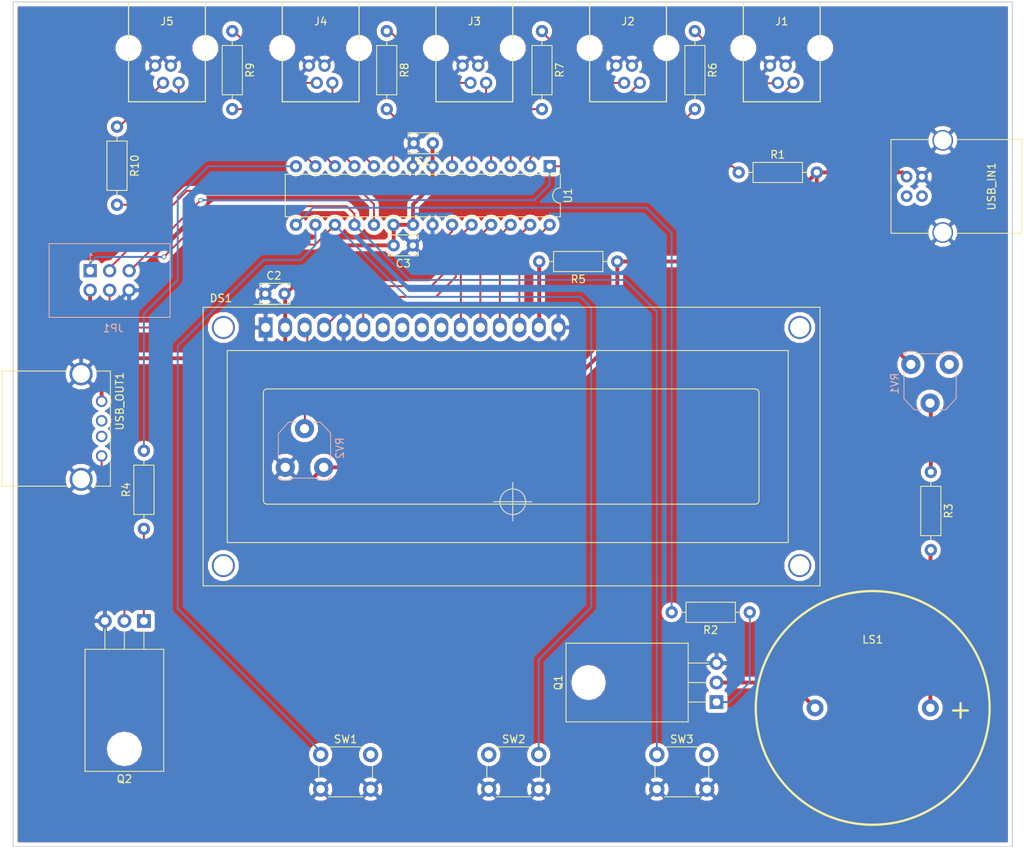
<source format=kicad_pcb>
(kicad_pcb (version 4) (host pcbnew 4.0.6)
  (layers (0 F.Cu signal) (31 B.Cu signal) (34 B.Paste user) (35 F.Paste user) (36 B.SilkS user) (37 F.SilkS user) (38 B.Mask user) (39 F.Mask user) (44 Edge.Cuts user))
  (net 0 "")
  (net 1 VCC)
  (net 2 GND)
  (net 3 "Net-(DS1-Pad3)")
  (net 4 LCD_RS)
  (net 5 LCD_EN)
  (net 6 "Net-(DS1-Pad7)")
  (net 7 "Net-(DS1-Pad8)")
  (net 8 "Net-(DS1-Pad9)")
  (net 9 "Net-(DS1-Pad10)")
  (net 10 LCD_D0)
  (net 11 LCD_D1)
  (net 12 LCD_D2)
  (net 13 LCD_D3)
  (net 14 "Net-(DS1-Pad15)")
  (net 15 "Net-(J1-Pad2)")
  (net 16 PBTN1)
  (net 17 "Net-(J2-Pad2)")
  (net 18 PBTN2)
  (net 19 "Net-(J3-Pad2)")
  (net 20 "Net-(J4-Pad2)")
  (net 21 "Net-(J5-Pad2)")
  (net 22 CBTN3)
  (net 23 SCK)
  (net 24 CBTN2)
  (net 25 RST)
  (net 26 "Net-(LS1-Pad1)")
  (net 27 "Net-(LS1-Pad2)")
  (net 28 "Net-(Q1-Pad1)")
  (net 29 "Net-(Q2-Pad1)")
  (net 30 "Net-(Q2-Pad2)")
  (net 31 SND)
  (net 32 "Net-(R3-Pad1)")
  (net 33 LAMP)
  (net 34 PLED1)
  (net 35 PLED2)
  (net 36 "Net-(RV1-Pad3)")
  (net 37 CBTN1)
  (net 38 PBTN3)
  (net 39 PLED3)
  (net 40 PBTN4)
  (net 41 PLED4)
  (net 42 PBTN5)
  (net 43 PLED5)
  (net 44 "Net-(USB_IN1-Pad2)")
  (net 45 "Net-(USB_IN1-Pad3)")
  (net 46 "Net-(USB_OUT1-Pad3)")
  (net 47 "Net-(USB_OUT1-Pad2)")
  (module Capacitors_THT:C_Disc_D3.8mm_W2.6mm_P2.50mm (layer F.Cu) (at 154.6 48.4 180)
    (fp_text reference C1 (at 1.25 -2.36 180) (layer F.SilkS))
    (fp_text value 0.1uF)
    (pad 1 thru_hole circle (at 0 0 180) (size 1.6 1.6) (drill 0.8) (layers *.Cu *.Mask) (net 1 VCC))
    (pad 2 thru_hole circle (at 2.5 0 180) (size 1.6 1.6) (drill 0.8) (layers *.Cu *.Mask) (net 2 GND))
  )
  (module Capacitors_THT:C_Disc_D3.8mm_W2.6mm_P2.50mm (layer F.Cu) (at 135.3 68 180)
    (fp_text reference C2 (at 1.382 2.356 180) (layer F.SilkS))
    (fp_text value 0.1uF)
    (pad 1 thru_hole circle (at 0 0 180) (size 1.6 1.6) (drill 0.8) (layers *.Cu *.Mask) (net 1 VCC))
    (pad 2 thru_hole circle (at 2.5 0 180) (size 1.6 1.6) (drill 0.8) (layers *.Cu *.Mask) (net 2 GND))
  )
  (module Displays:WC1602A (layer F.Cu) (at 132.842 72.39)
    (fp_text reference DS1 (at -5.82 -3.81) (layer F.SilkS))
    (fp_text value LCD-016N002L)
    (pad 1 thru_hole rect (at 0 0) (size 1.8 2.6) (drill 1.2) (layers *.Cu *.Mask) (net 2 GND))
    (pad 2 thru_hole oval (at 2.54 0) (size 1.8 2.6) (drill 1.2) (layers *.Cu *.Mask) (net 1 VCC))
    (pad 3 thru_hole oval (at 5.08 0) (size 1.8 2.6) (drill 1.2) (layers *.Cu *.Mask) (net 3 "Net-(DS1-Pad3)"))
    (pad 4 thru_hole oval (at 7.62 0) (size 1.8 2.6) (drill 1.2) (layers *.Cu *.Mask) (net 4 LCD_RS))
    (pad 5 thru_hole oval (at 10.16 0) (size 1.8 2.6) (drill 1.2) (layers *.Cu *.Mask) (net 2 GND))
    (pad 6 thru_hole oval (at 12.7 0) (size 1.8 2.6) (drill 1.2) (layers *.Cu *.Mask) (net 5 LCD_EN))
    (pad 7 thru_hole oval (at 15.24 0) (size 1.8 2.6) (drill 1.2) (layers *.Cu *.Mask) (net 6 "Net-(DS1-Pad7)"))
    (pad 8 thru_hole oval (at 17.78 0) (size 1.8 2.6) (drill 1.2) (layers *.Cu *.Mask) (net 7 "Net-(DS1-Pad8)"))
    (pad 9 thru_hole oval (at 20.32 0) (size 1.8 2.6) (drill 1.2) (layers *.Cu *.Mask) (net 8 "Net-(DS1-Pad9)"))
    (pad 10 thru_hole oval (at 22.86 0) (size 1.8 2.6) (drill 1.2) (layers *.Cu *.Mask) (net 9 "Net-(DS1-Pad10)"))
    (pad 11 thru_hole oval (at 25.4 0) (size 1.8 2.6) (drill 1.2) (layers *.Cu *.Mask) (net 10 LCD_D0))
    (pad 12 thru_hole oval (at 27.94 0) (size 1.8 2.6) (drill 1.2) (layers *.Cu *.Mask) (net 11 LCD_D1))
    (pad 13 thru_hole oval (at 30.48 0) (size 1.8 2.6) (drill 1.2) (layers *.Cu *.Mask) (net 12 LCD_D2))
    (pad 14 thru_hole oval (at 33.02 0) (size 1.8 2.6) (drill 1.2) (layers *.Cu *.Mask) (net 13 LCD_D3))
    (pad 15 thru_hole oval (at 35.56 0) (size 1.8 2.6) (drill 1.2) (layers *.Cu *.Mask) (net 14 "Net-(DS1-Pad15)"))
    (pad 16 thru_hole oval (at 38.1 0) (size 1.8 2.6) (drill 1.2) (layers *.Cu *.Mask) (net 2 GND))
    (pad "" thru_hole circle (at -5.4991 0) (size 3 3) (drill 2.5) (layers *.Cu *.Mask))
    (pad "" thru_hole circle (at -5.4991 31.0007) (size 3 3) (drill 2.5) (layers *.Cu *.Mask))
    (pad "" thru_hole circle (at 69.49948 31.0007) (size 3 3) (drill 2.5) (layers *.Cu *.Mask))
    (pad "" thru_hole circle (at 69.5 0) (size 3 3) (drill 2.5) (layers *.Cu *.Mask))
  )
  (module kamaji:RJ10 (layer F.Cu) (at 200 30 180)
    (fp_text reference J1 (at 0 -2.54 180) (layer F.SilkS))
    (fp_text value RJ10)
    (pad 1 thru_hole circle (at 1.53 -8.3 180) (size 1.6 1.6) (drill 0.9) (layers *.Cu *.Mask) (net 2 GND))
    (pad 2 thru_hole circle (at 0.51 -10.54 180) (size 1.6 1.6) (drill 0.9) (layers *.Cu *.Mask) (net 15 "Net-(J1-Pad2)"))
    (pad 3 thru_hole circle (at -0.51 -8.3 180) (size 1.6 1.6) (drill 0.9) (layers *.Cu *.Mask) (net 2 GND))
    (pad 4 thru_hole circle (at -1.53 -10.54 180) (size 1.6 1.6) (drill 0.9) (layers *.Cu *.Mask) (net 16 PBTN1))
    (pad "" np_thru_hole circle (at 5 -6 180) (size 2.36 2.36) (drill 2.36) (layers *.Cu *.Mask))
    (pad "" np_thru_hole circle (at -5 -6 180) (size 2.36 2.36) (drill 2.36) (layers *.Cu *.Mask))
  )
  (module kamaji:RJ10 (layer F.Cu) (at 180 30 180)
    (fp_text reference J2 (at 0 -2.54 180) (layer F.SilkS))
    (fp_text value RJ10)
    (pad 1 thru_hole circle (at 1.53 -8.3 180) (size 1.6 1.6) (drill 0.9) (layers *.Cu *.Mask) (net 2 GND))
    (pad 2 thru_hole circle (at 0.51 -10.54 180) (size 1.6 1.6) (drill 0.9) (layers *.Cu *.Mask) (net 17 "Net-(J2-Pad2)"))
    (pad 3 thru_hole circle (at -0.51 -8.3 180) (size 1.6 1.6) (drill 0.9) (layers *.Cu *.Mask) (net 2 GND))
    (pad 4 thru_hole circle (at -1.53 -10.54 180) (size 1.6 1.6) (drill 0.9) (layers *.Cu *.Mask) (net 18 PBTN2))
    (pad "" np_thru_hole circle (at 5 -6 180) (size 2.36 2.36) (drill 2.36) (layers *.Cu *.Mask))
    (pad "" np_thru_hole circle (at -5 -6 180) (size 2.36 2.36) (drill 2.36) (layers *.Cu *.Mask))
  )
  (module kamaji:RJ10 (layer F.Cu) (at 160 30 180)
    (fp_text reference J3 (at 0 -2.54 180) (layer F.SilkS))
    (fp_text value RJ10)
    (pad 1 thru_hole circle (at 1.53 -8.3 180) (size 1.6 1.6) (drill 0.9) (layers *.Cu *.Mask) (net 2 GND))
    (pad 2 thru_hole circle (at 0.51 -10.54 180) (size 1.6 1.6) (drill 0.9) (layers *.Cu *.Mask) (net 19 "Net-(J3-Pad2)"))
    (pad 3 thru_hole circle (at -0.51 -8.3 180) (size 1.6 1.6) (drill 0.9) (layers *.Cu *.Mask) (net 2 GND))
    (pad 4 thru_hole circle (at -1.53 -10.54 180) (size 1.6 1.6) (drill 0.9) (layers *.Cu *.Mask) (net 38 PBTN3))
    (pad "" np_thru_hole circle (at 5 -6 180) (size 2.36 2.36) (drill 2.36) (layers *.Cu *.Mask))
    (pad "" np_thru_hole circle (at -5 -6 180) (size 2.36 2.36) (drill 2.36) (layers *.Cu *.Mask))
  )
  (module kamaji:RJ10 (layer F.Cu) (at 140 30 180)
    (fp_text reference J4 (at 0 -2.54 180) (layer F.SilkS))
    (fp_text value RJ10)
    (pad 1 thru_hole circle (at 1.53 -8.3 180) (size 1.6 1.6) (drill 0.9) (layers *.Cu *.Mask) (net 2 GND))
    (pad 2 thru_hole circle (at 0.51 -10.54 180) (size 1.6 1.6) (drill 0.9) (layers *.Cu *.Mask) (net 20 "Net-(J4-Pad2)"))
    (pad 3 thru_hole circle (at -0.51 -8.3 180) (size 1.6 1.6) (drill 0.9) (layers *.Cu *.Mask) (net 2 GND))
    (pad 4 thru_hole circle (at -1.53 -10.54 180) (size 1.6 1.6) (drill 0.9) (layers *.Cu *.Mask) (net 40 PBTN4))
    (pad "" np_thru_hole circle (at 5 -6 180) (size 2.36 2.36) (drill 2.36) (layers *.Cu *.Mask))
    (pad "" np_thru_hole circle (at -5 -6 180) (size 2.36 2.36) (drill 2.36) (layers *.Cu *.Mask))
  )
  (module kamaji:RJ10 (layer F.Cu) (at 120 30 180)
    (fp_text reference J5 (at 0 -2.54 180) (layer F.SilkS))
    (fp_text value RJ10)
    (pad 1 thru_hole circle (at 1.53 -8.3 180) (size 1.6 1.6) (drill 0.9) (layers *.Cu *.Mask) (net 2 GND))
    (pad 2 thru_hole circle (at 0.51 -10.54 180) (size 1.6 1.6) (drill 0.9) (layers *.Cu *.Mask) (net 21 "Net-(J5-Pad2)"))
    (pad 3 thru_hole circle (at -0.51 -8.3 180) (size 1.6 1.6) (drill 0.9) (layers *.Cu *.Mask) (net 2 GND))
    (pad 4 thru_hole circle (at -1.53 -10.54 180) (size 1.6 1.6) (drill 0.9) (layers *.Cu *.Mask) (net 42 PBTN5))
    (pad "" np_thru_hole circle (at 5 -6 180) (size 2.36 2.36) (drill 2.36) (layers *.Cu *.Mask))
    (pad "" np_thru_hole circle (at -5 -6 180) (size 2.36 2.36) (drill 2.36) (layers *.Cu *.Mask))
  )
  (module kamaji:AL-30P (layer F.Cu) (at 211.836 121.92 180)
    (fp_text reference LS1 (at 0 8.89 180) (layer F.SilkS))
    (fp_text value Speaker)
    (fp_text user + (at -11.43 -0.15 180) (layer F.SilkS) (effects (font (size 2.5 2.5) (thickness 0.3))))
    (pad 1 thru_hole circle (at -7.5 0 180) (size 2.2 2.2) (drill 1.1) (layers *.Cu *.Mask) (net 26 "Net-(LS1-Pad1)"))
    (pad 2 thru_hole circle (at 7.5 0 180) (size 2.2 2.2) (drill 1.1) (layers *.Cu *.Mask) (net 27 "Net-(LS1-Pad2)"))
  )
  (module Resistors_THT:R_Axial_DIN0207_L6.3mm_D2.5mm_P10.16mm_Horizontal (layer F.Cu) (at 194.4 52.2)
    (fp_text reference R1 (at 5.08 -2.31) (layer F.SilkS))
    (fp_text value 10K)
    (pad 1 thru_hole circle (at 0 0) (size 1.6 1.6) (drill 0.8) (layers *.Cu *.Mask) (net 25 RST))
    (pad 2 thru_hole oval (at 10.16 0) (size 1.6 1.6) (drill 0.8) (layers *.Cu *.Mask) (net 1 VCC))
  )
  (module Resistors_THT:R_Axial_DIN0207_L6.3mm_D2.5mm_P10.16mm_Horizontal (layer F.Cu) (at 195.834 109.474 180)
    (fp_text reference R2 (at 5.08 -2.31 180) (layer F.SilkS))
    (fp_text value 220R)
    (pad 1 thru_hole circle (at 0 0 180) (size 1.6 1.6) (drill 0.8) (layers *.Cu *.Mask) (net 28 "Net-(Q1-Pad1)"))
    (pad 2 thru_hole oval (at 10.16 0 180) (size 1.6 1.6) (drill 0.8) (layers *.Cu *.Mask) (net 31 SND))
  )
  (module Resistors_THT:R_Axial_DIN0207_L6.3mm_D2.5mm_P10.16mm_Horizontal (layer F.Cu) (at 219.4 91.2 270)
    (fp_text reference R3 (at 5.08 -2.31 270) (layer F.SilkS))
    (fp_text value 20R)
    (pad 1 thru_hole circle (at 0 0 270) (size 1.6 1.6) (drill 0.8) (layers *.Cu *.Mask) (net 32 "Net-(R3-Pad1)"))
    (pad 2 thru_hole oval (at 10.16 0 270) (size 1.6 1.6) (drill 0.8) (layers *.Cu *.Mask) (net 26 "Net-(LS1-Pad1)"))
  )
  (module Resistors_THT:R_Axial_DIN0207_L6.3mm_D2.5mm_P10.16mm_Horizontal (layer F.Cu) (at 117 98.6 90)
    (fp_text reference R4 (at 5.08 -2.31 90) (layer F.SilkS))
    (fp_text value 2.2K)
    (pad 1 thru_hole circle (at 0 0 90) (size 1.6 1.6) (drill 0.8) (layers *.Cu *.Mask) (net 29 "Net-(Q2-Pad1)"))
    (pad 2 thru_hole oval (at 10.16 0 90) (size 1.6 1.6) (drill 0.8) (layers *.Cu *.Mask) (net 33 LAMP))
  )
  (module Resistors_THT:R_Axial_DIN0207_L6.3mm_D2.5mm_P10.16mm_Horizontal (layer F.Cu) (at 178.6 63.8 180)
    (fp_text reference R5 (at 5.08 -2.31 180) (layer F.SilkS))
    (fp_text value 220R)
    (pad 1 thru_hole circle (at 0 0 180) (size 1.6 1.6) (drill 0.8) (layers *.Cu *.Mask) (net 1 VCC))
    (pad 2 thru_hole oval (at 10.16 0 180) (size 1.6 1.6) (drill 0.8) (layers *.Cu *.Mask) (net 14 "Net-(DS1-Pad15)"))
  )
  (module Resistors_THT:R_Axial_DIN0207_L6.3mm_D2.5mm_P10.16mm_Horizontal (layer F.Cu) (at 188.7 33.8 270)
    (fp_text reference R6 (at 5.08 -2.31 270) (layer F.SilkS))
    (fp_text value 220R)
    (pad 1 thru_hole circle (at 0 0 270) (size 1.6 1.6) (drill 0.8) (layers *.Cu *.Mask) (net 15 "Net-(J1-Pad2)"))
    (pad 2 thru_hole oval (at 10.16 0 270) (size 1.6 1.6) (drill 0.8) (layers *.Cu *.Mask) (net 34 PLED1))
  )
  (module Resistors_THT:R_Axial_DIN0207_L6.3mm_D2.5mm_P10.16mm_Horizontal (layer F.Cu) (at 168.8 33.8 270)
    (fp_text reference R7 (at 5.08 -2.31 270) (layer F.SilkS))
    (fp_text value 220R)
    (pad 1 thru_hole circle (at 0 0 270) (size 1.6 1.6) (drill 0.8) (layers *.Cu *.Mask) (net 17 "Net-(J2-Pad2)"))
    (pad 2 thru_hole oval (at 10.16 0 270) (size 1.6 1.6) (drill 0.8) (layers *.Cu *.Mask) (net 35 PLED2))
  )
  (module Resistors_THT:R_Axial_DIN0207_L6.3mm_D2.5mm_P10.16mm_Horizontal (layer F.Cu) (at 148.6 33.8 270)
    (fp_text reference R8 (at 5.08 -2.31 270) (layer F.SilkS))
    (fp_text value 220R)
    (pad 1 thru_hole circle (at 0 0 270) (size 1.6 1.6) (drill 0.8) (layers *.Cu *.Mask) (net 19 "Net-(J3-Pad2)"))
    (pad 2 thru_hole oval (at 10.16 0 270) (size 1.6 1.6) (drill 0.8) (layers *.Cu *.Mask) (net 39 PLED3))
  )
  (module Resistors_THT:R_Axial_DIN0207_L6.3mm_D2.5mm_P10.16mm_Horizontal (layer F.Cu) (at 128.5 33.8 270)
    (fp_text reference R9 (at 5.08 -2.31 270) (layer F.SilkS))
    (fp_text value 220R)
    (pad 1 thru_hole circle (at 0 0 270) (size 1.6 1.6) (drill 0.8) (layers *.Cu *.Mask) (net 20 "Net-(J4-Pad2)"))
    (pad 2 thru_hole oval (at 10.16 0 270) (size 1.6 1.6) (drill 0.8) (layers *.Cu *.Mask) (net 41 PLED4))
  )
  (module Resistors_THT:R_Axial_DIN0207_L6.3mm_D2.5mm_P10.16mm_Horizontal (layer F.Cu) (at 113.5 46.25 270)
    (fp_text reference R10 (at 5.08 -2.31 270) (layer F.SilkS))
    (fp_text value 220R)
    (pad 1 thru_hole circle (at 0 0 270) (size 1.6 1.6) (drill 0.8) (layers *.Cu *.Mask) (net 21 "Net-(J5-Pad2)"))
    (pad 2 thru_hole oval (at 10.16 0 270) (size 1.6 1.6) (drill 0.8) (layers *.Cu *.Mask) (net 43 PLED5))
  )
  (module Potentiometers:Potentiometer_Triwood_RM-065 (layer B.Cu) (at 216.8 77.2)
    (fp_text reference RV1 (at -2.1 2.5 270) (layer B.SilkS) (effects (justify mirror)))
    (fp_text value POT)
    (pad 2 thru_hole circle (at 2.5 5.04) (size 2.5 2.5) (drill 1.2) (layers *.Cu *.Mask) (net 32 "Net-(R3-Pad1)"))
    (pad 3 thru_hole circle (at 5 0) (size 2.5 2.5) (drill 1.2) (layers *.Cu *.Mask) (net 36 "Net-(RV1-Pad3)"))
    (pad 1 thru_hole circle (at 0 0) (size 2.5 2.5) (drill 1.2) (layers *.Cu *.Mask) (net 1 VCC))
  )
  (module Potentiometers:Potentiometer_Triwood_RM-065 (layer B.Cu) (at 140.4 90.6 180)
    (fp_text reference RV2 (at -2.1 2.5 450) (layer B.SilkS) (effects (justify mirror)))
    (fp_text value POT)
    (pad 2 thru_hole circle (at 2.5 5.04 180) (size 2.5 2.5) (drill 1.2) (layers *.Cu *.Mask) (net 3 "Net-(DS1-Pad3)"))
    (pad 3 thru_hole circle (at 5 0 180) (size 2.5 2.5) (drill 1.2) (layers *.Cu *.Mask) (net 2 GND))
    (pad 1 thru_hole circle (at 0 0 180) (size 2.5 2.5) (drill 1.2) (layers *.Cu *.Mask) (net 1 VCC))
  )
  (module Housings_DIP:DIP-28_W7.62mm (layer F.Cu) (at 169.8 51.4 270)
    (fp_text reference U1 (at 3.81 -2.39 270) (layer F.SilkS))
    (fp_text value ATMEGA328P-PU)
    (pad 1 thru_hole rect (at 0 0 270) (size 1.6 1.6) (drill 0.8) (layers *.Cu *.Mask) (net 25 RST))
    (pad 15 thru_hole oval (at 7.62 33.02 270) (size 1.6 1.6) (drill 0.8) (layers *.Cu *.Mask) (net 31 SND))
    (pad 2 thru_hole oval (at 0 2.54 270) (size 1.6 1.6) (drill 0.8) (layers *.Cu *.Mask) (net 16 PBTN1))
    (pad 16 thru_hole oval (at 7.62 30.48 270) (size 1.6 1.6) (drill 0.8) (layers *.Cu *.Mask) (net 37 CBTN1))
    (pad 3 thru_hole oval (at 0 5.08 270) (size 1.6 1.6) (drill 0.8) (layers *.Cu *.Mask) (net 34 PLED1))
    (pad 17 thru_hole oval (at 7.62 27.94 270) (size 1.6 1.6) (drill 0.8) (layers *.Cu *.Mask) (net 24 CBTN2))
    (pad 4 thru_hole oval (at 0 7.62 270) (size 1.6 1.6) (drill 0.8) (layers *.Cu *.Mask) (net 18 PBTN2))
    (pad 18 thru_hole oval (at 7.62 25.4 270) (size 1.6 1.6) (drill 0.8) (layers *.Cu *.Mask) (net 22 CBTN3))
    (pad 5 thru_hole oval (at 0 10.16 270) (size 1.6 1.6) (drill 0.8) (layers *.Cu *.Mask) (net 35 PLED2))
    (pad 19 thru_hole oval (at 7.62 22.86 270) (size 1.6 1.6) (drill 0.8) (layers *.Cu *.Mask) (net 23 SCK))
    (pad 6 thru_hole oval (at 0 12.7 270) (size 1.6 1.6) (drill 0.8) (layers *.Cu *.Mask) (net 38 PBTN3))
    (pad 20 thru_hole oval (at 7.62 20.32 270) (size 1.6 1.6) (drill 0.8) (layers *.Cu *.Mask) (net 1 VCC))
    (pad 7 thru_hole oval (at 0 15.24 270) (size 1.6 1.6) (drill 0.8) (layers *.Cu *.Mask) (net 1 VCC))
    (pad 21 thru_hole oval (at 7.62 17.78 270) (size 1.6 1.6) (drill 0.8) (layers *.Cu *.Mask) (net 1 VCC))
    (pad 8 thru_hole oval (at 0 17.78 270) (size 1.6 1.6) (drill 0.8) (layers *.Cu *.Mask) (net 2 GND))
    (pad 22 thru_hole oval (at 7.62 15.24 270) (size 1.6 1.6) (drill 0.8) (layers *.Cu *.Mask) (net 2 GND))
    (pad 9 thru_hole oval (at 0 20.32 270) (size 1.6 1.6) (drill 0.8) (layers *.Cu *.Mask) (net 39 PLED3))
    (pad 23 thru_hole oval (at 7.62 12.7 270) (size 1.6 1.6) (drill 0.8) (layers *.Cu *.Mask) (net 4 LCD_RS))
    (pad 10 thru_hole oval (at 0 22.86 270) (size 1.6 1.6) (drill 0.8) (layers *.Cu *.Mask) (net 40 PBTN4))
    (pad 24 thru_hole oval (at 7.62 10.16 270) (size 1.6 1.6) (drill 0.8) (layers *.Cu *.Mask) (net 5 LCD_EN))
    (pad 11 thru_hole oval (at 0 25.4 270) (size 1.6 1.6) (drill 0.8) (layers *.Cu *.Mask) (net 41 PLED4))
    (pad 25 thru_hole oval (at 7.62 7.62 270) (size 1.6 1.6) (drill 0.8) (layers *.Cu *.Mask) (net 10 LCD_D0))
    (pad 12 thru_hole oval (at 0 27.94 270) (size 1.6 1.6) (drill 0.8) (layers *.Cu *.Mask) (net 42 PBTN5))
    (pad 26 thru_hole oval (at 7.62 5.08 270) (size 1.6 1.6) (drill 0.8) (layers *.Cu *.Mask) (net 11 LCD_D1))
    (pad 13 thru_hole oval (at 0 30.48 270) (size 1.6 1.6) (drill 0.8) (layers *.Cu *.Mask) (net 43 PLED5))
    (pad 27 thru_hole oval (at 7.62 2.54 270) (size 1.6 1.6) (drill 0.8) (layers *.Cu *.Mask) (net 12 LCD_D2))
    (pad 14 thru_hole oval (at 0 33.02 270) (size 1.6 1.6) (drill 0.8) (layers *.Cu *.Mask) (net 33 LAMP))
    (pad 28 thru_hole oval (at 7.62 0 270) (size 1.6 1.6) (drill 0.8) (layers *.Cu *.Mask) (net 13 LCD_D3))
  )
  (module Connectors:USB_B (layer F.Cu) (at 216.25 52.75)
    (fp_text reference USB_IN1 (at 11.05 1.27 90) (layer F.SilkS))
    (fp_text value USB_B)
    (pad 2 thru_hole circle (at 0 2.54 270) (size 1.52 1.52) (drill 0.81) (layers *.Cu *.Mask) (net 44 "Net-(USB_IN1-Pad2)"))
    (pad 1 thru_hole circle (at 0 0 270) (size 1.52 1.52) (drill 0.81) (layers *.Cu *.Mask) (net 1 VCC))
    (pad 4 thru_hole circle (at 2 0 270) (size 1.52 1.52) (drill 0.81) (layers *.Cu *.Mask) (net 2 GND))
    (pad 3 thru_hole circle (at 2 2.54 270) (size 1.52 1.52) (drill 0.81) (layers *.Cu *.Mask) (net 45 "Net-(USB_IN1-Pad3)"))
    (pad 5 thru_hole circle (at 4.7 7.27 270) (size 2.7 2.7) (drill 2.3) (layers *.Cu *.Mask) (net 2 GND))
    (pad 5 thru_hole circle (at 4.7 -4.73 270) (size 2.7 2.7) (drill 2.3) (layers *.Cu *.Mask) (net 2 GND))
  )
  (module Connectors:USB_A (layer F.Cu) (at 111.5 82 270)
    (fp_text reference USB_OUT1 (at 0 -2.35 270) (layer F.SilkS))
    (fp_text value USB_A)
    (pad 4 thru_hole circle (at 7.11 0 180) (size 1.5 1.5) (drill 1) (layers *.Cu *.Mask) (net 30 "Net-(Q2-Pad2)"))
    (pad 3 thru_hole circle (at 4.57 0 180) (size 1.5 1.5) (drill 1) (layers *.Cu *.Mask) (net 46 "Net-(USB_OUT1-Pad3)"))
    (pad 2 thru_hole circle (at 2.54 0 180) (size 1.5 1.5) (drill 1) (layers *.Cu *.Mask) (net 47 "Net-(USB_OUT1-Pad2)"))
    (pad 1 thru_hole circle (at 0 0 180) (size 1.5 1.5) (drill 1) (layers *.Cu *.Mask) (net 1 VCC))
    (pad 5 thru_hole circle (at 10.16 2.67 180) (size 3 3) (drill 2.3) (layers *.Cu *.Mask) (net 2 GND))
    (pad 5 thru_hole circle (at -3.56 2.67 180) (size 3 3) (drill 2.3) (layers *.Cu *.Mask) (net 2 GND))
  )
  (module TO_SOT_Packages_THT:TO-220_Horizontal (layer F.Cu) (at 191.516 121.158 90)
    (fp_text reference Q1 (at 2.54 -20.58 90) (layer F.SilkS))
    (fp_text value TIP120)
    (pad 0 np_thru_hole oval (at 2.54 -16.66 90) (size 3.5 3.5) (drill 3.5) (layers *.Cu *.Mask))
    (pad 1 thru_hole rect (at 0 0 90) (size 1.8 1.8) (drill 1) (layers *.Cu *.Mask) (net 28 "Net-(Q1-Pad1)"))
    (pad 2 thru_hole oval (at 2.54 0 90) (size 1.8 1.8) (drill 1) (layers *.Cu *.Mask) (net 27 "Net-(LS1-Pad2)"))
    (pad 3 thru_hole oval (at 5.08 0 90) (size 1.8 1.8) (drill 1) (layers *.Cu *.Mask) (net 2 GND))
  )
  (module TO_SOT_Packages_THT:TO-220_Horizontal (layer F.Cu) (at 117 110.6 180)
    (fp_text reference Q2 (at 2.54 -20.58 180) (layer F.SilkS))
    (fp_text value TIP120)
    (pad 0 np_thru_hole oval (at 2.54 -16.66 180) (size 3.5 3.5) (drill 3.5) (layers *.Cu *.Mask))
    (pad 1 thru_hole rect (at 0 0 180) (size 1.8 1.8) (drill 1) (layers *.Cu *.Mask) (net 29 "Net-(Q2-Pad1)"))
    (pad 2 thru_hole oval (at 2.54 0 180) (size 1.8 1.8) (drill 1) (layers *.Cu *.Mask) (net 30 "Net-(Q2-Pad2)"))
    (pad 3 thru_hole oval (at 5.08 0 180) (size 1.8 1.8) (drill 1) (layers *.Cu *.Mask) (net 2 GND))
  )
  (module Capacitors_THT:C_Disc_D3.8mm_W2.6mm_P2.50mm (layer F.Cu) (at 152 61.7 180)
    (fp_text reference C3 (at 1.25 -2.36 180) (layer F.SilkS))
    (fp_text value 0.1uF)
    (pad 1 thru_hole circle (at 0 0 180) (size 1.6 1.6) (drill 0.8) (layers *.Cu *.Mask) (net 2 GND))
    (pad 2 thru_hole circle (at 2.5 0 180) (size 1.6 1.6) (drill 0.8) (layers *.Cu *.Mask) (net 1 VCC))
  )
  (module Connectors:IDC_Header_Straight_6pins (layer B.Cu) (at 110 65)
    (fp_text reference JP1 (at 3 7.5) (layer B.SilkS) (effects (justify mirror)))
    (fp_text value ICSP)
    (fp_text user 1 (at 0.02 -1.72) (layer B.SilkS) (effects (font (thickness 0.12)) (justify mirror)))
    (pad 1 thru_hole rect (at 0 0) (size 1.7272 1.7272) (drill 1.016) (layers *.Cu *.Mask) (net 22 CBTN3))
    (pad 2 thru_hole oval (at 0 2.54) (size 1.7272 1.7272) (drill 1.016) (layers *.Cu *.Mask) (net 1 VCC))
    (pad 3 thru_hole oval (at 2.54 0) (size 1.7272 1.7272) (drill 1.016) (layers *.Cu *.Mask) (net 23 SCK))
    (pad 4 thru_hole oval (at 2.54 2.54) (size 1.7272 1.7272) (drill 1.016) (layers *.Cu *.Mask) (net 24 CBTN2))
    (pad 5 thru_hole oval (at 5.08 0) (size 1.7272 1.7272) (drill 1.016) (layers *.Cu *.Mask) (net 25 RST))
    (pad 6 thru_hole oval (at 5.08 2.54) (size 1.7272 1.7272) (drill 1.016) (layers *.Cu *.Mask) (net 2 GND))
  )
  (module Buttons_Switches_THT:SW_PUSH_6mm_h8.5mm (layer F.Cu) (at 140 128)
    (fp_text reference SW1 (at 3.25 -2) (layer F.SilkS))
    (fp_text value CTRL1)
    (pad 2 thru_hole circle (at 0 4.5 90) (size 2 2) (drill 1.1) (layers *.Cu *.Mask) (net 2 GND))
    (pad 1 thru_hole circle (at 0 0 90) (size 2 2) (drill 1.1) (layers *.Cu *.Mask) (net 37 CBTN1))
    (pad 2 thru_hole circle (at 6.5 4.5 90) (size 2 2) (drill 1.1) (layers *.Cu *.Mask) (net 2 GND))
    (pad 1 thru_hole circle (at 6.5 0 90) (size 2 2) (drill 1.1) (layers *.Cu *.Mask) (net 37 CBTN1))
  )
  (module Buttons_Switches_THT:SW_PUSH_6mm_h8.5mm (layer F.Cu) (at 161.875 128)
    (fp_text reference SW2 (at 3.25 -2) (layer F.SilkS))
    (fp_text value CTRL2)
    (pad 2 thru_hole circle (at 0 4.5 90) (size 2 2) (drill 1.1) (layers *.Cu *.Mask) (net 2 GND))
    (pad 1 thru_hole circle (at 0 0 90) (size 2 2) (drill 1.1) (layers *.Cu *.Mask) (net 24 CBTN2))
    (pad 2 thru_hole circle (at 6.5 4.5 90) (size 2 2) (drill 1.1) (layers *.Cu *.Mask) (net 2 GND))
    (pad 1 thru_hole circle (at 6.5 0 90) (size 2 2) (drill 1.1) (layers *.Cu *.Mask) (net 24 CBTN2))
  )
  (module Buttons_Switches_THT:SW_PUSH_6mm_h8.5mm (layer F.Cu) (at 183.75 128)
    (fp_text reference SW3 (at 3.25 -2) (layer F.SilkS))
    (fp_text value CTRL3)
    (pad 2 thru_hole circle (at 0 4.5 90) (size 2 2) (drill 1.1) (layers *.Cu *.Mask) (net 2 GND))
    (pad 1 thru_hole circle (at 0 0 90) (size 2 2) (drill 1.1) (layers *.Cu *.Mask) (net 22 CBTN3))
    (pad 2 thru_hole circle (at 6.5 4.5 90) (size 2 2) (drill 1.1) (layers *.Cu *.Mask) (net 2 GND))
    (pad 1 thru_hole circle (at 6.5 0 90) (size 2 2) (drill 1.1) (layers *.Cu *.Mask) (net 22 CBTN3))
  )
  (gr_line (start 230 30) (end 230 140) (angle 90) (layer Edge.Cuts) (width 0.15))
  (gr_line (start 100 30) (end 230 30) (angle 90) (layer Edge.Cuts) (width 0.15))
  (gr_line (start 100 140) (end 100 30) (angle 90) (layer Edge.Cuts) (width 0.15))
  (target plus (at 165 95.08) (size 5) (width 0.15) (layer Edge.Cuts))
  (gr_line (start 230 140) (end 100 140) (angle 90) (layer Edge.Cuts) (width 0.15))
  (segment (start 178.6 63.8) (end 192.96 63.8) (width 0.5) (layer F.Cu) (net 1))
  (segment (start 192.96 63.8) (end 204.56 52.2) (width 0.5) (layer F.Cu) (net 1))
  (segment (start 140.4 90.6) (end 161.6 90.6) (width 0.5) (layer F.Cu) (net 1))
  (segment (start 178.6 73.6) (end 178.6 63.8) (width 0.5) (layer F.Cu) (net 1))
  (segment (start 161.6 90.6) (end 178.6 73.6) (width 0.5) (layer F.Cu) (net 1))
  (segment (start 204.56 52.2) (end 204.56 64.96) (width 0.5) (layer F.Cu) (net 1))
  (segment (start 204.56 64.96) (end 216.8 77.2) (width 0.5) (layer F.Cu) (net 1))
  (segment (start 135.382 72.39) (end 135.382 68.082) (width 0.5) (layer F.Cu) (net 1))
  (segment (start 135.382 68.082) (end 141.764 61.7) (width 0.5) (layer F.Cu) (net 1))
  (segment (start 141.764 61.7) (end 149.5 61.7) (width 0.5) (layer F.Cu) (net 1))
  (segment (start 149.5 61.7) (end 149.5 59.04) (width 0.5) (layer F.Cu) (net 1))
  (segment (start 149.5 59.04) (end 149.48 59.02) (width 0.5) (layer F.Cu) (net 1))
  (segment (start 152.02 59.02) (end 152.02 56.38) (width 0.5) (layer F.Cu) (net 1))
  (segment (start 152.02 56.38) (end 154.56 53.84) (width 0.5) (layer F.Cu) (net 1))
  (segment (start 154.56 53.84) (end 154.56 51.4) (width 0.5) (layer F.Cu) (net 1))
  (segment (start 154.56 51.4) (end 154.56 48.44) (width 0.5) (layer F.Cu) (net 1))
  (segment (start 154.56 48.44) (end 154.6 48.4) (width 0.5) (layer F.Cu) (net 1))
  (segment (start 151.9 59.14) (end 152.02 59.02) (width 0.5) (layer F.Cu) (net 1))
  (segment (start 130 76.4) (end 130 94.4) (width 0.5) (layer F.Cu) (net 1))
  (segment (start 130 94.4) (end 132 96.4) (width 0.5) (layer F.Cu) (net 1))
  (segment (start 132 96.4) (end 134.6 96.4) (width 0.5) (layer F.Cu) (net 1))
  (segment (start 134.6 96.4) (end 140.4 90.6) (width 0.5) (layer F.Cu) (net 1))
  (segment (start 204.56 52.2) (end 211 52.2) (width 0.5) (layer F.Cu) (net 1))
  (segment (start 211 52.2) (end 215.7 52.2) (width 0.5) (layer F.Cu) (net 1))
  (segment (start 215.7 52.2) (end 216.25 52.75) (width 0.5) (layer F.Cu) (net 1))
  (segment (start 111.5 82) (end 111.5 78.5) (width 0.5) (layer F.Cu) (net 1))
  (segment (start 111.5 78.5) (end 113.6 76.4) (width 0.5) (layer F.Cu) (net 1))
  (segment (start 149.48 59.02) (end 152.02 59.02) (width 0.5) (layer F.Cu) (net 1))
  (segment (start 110 67.54) (end 110 72.8) (width 0.5) (layer F.Cu) (net 1))
  (segment (start 135.382 75.818) (end 135.382 72.39) (width 0.5) (layer F.Cu) (net 1))
  (segment (start 134.8 76.4) (end 135.382 75.818) (width 0.5) (layer F.Cu) (net 1))
  (segment (start 113.6 76.4) (end 130 76.4) (width 0.5) (layer F.Cu) (net 1))
  (segment (start 130 76.4) (end 134.8 76.4) (width 0.5) (layer F.Cu) (net 1))
  (segment (start 110 72.8) (end 113.6 76.4) (width 0.5) (layer F.Cu) (net 1))
  (segment (start 154.61 48.41) (end 154.6 48.4) (width 0.5) (layer F.Cu) (net 1))
  (segment (start 108.83 78.44) (end 108.83 73.79) (width 0.5) (layer B.Cu) (net 2))
  (segment (start 108.83 73.79) (end 115.08 67.54) (width 0.5) (layer B.Cu) (net 2))
  (segment (start 154.4 59.18) (end 154.56 59.02) (width 0.5) (layer F.Cu) (net 2))
  (segment (start 137.9 85.56) (end 138.3 72.768) (width 0.25) (layer F.Cu) (net 3))
  (segment (start 138.3 72.768) (end 137.922 72.39) (width 0.25) (layer F.Cu) (net 3))
  (segment (start 157.1 59.02) (end 157.1 59.9) (width 0.25) (layer F.Cu) (net 4))
  (segment (start 157.1 59.9) (end 156.2 60.8) (width 0.25) (layer F.Cu) (net 4))
  (segment (start 156.2 60.8) (end 156.2 65.2) (width 0.25) (layer F.Cu) (net 4))
  (segment (start 156.2 65.2) (end 154.4 67) (width 0.25) (layer F.Cu) (net 4))
  (segment (start 154.4 67) (end 145.852 67) (width 0.25) (layer F.Cu) (net 4))
  (segment (start 145.852 67) (end 140.462 72.39) (width 0.25) (layer F.Cu) (net 4))
  (segment (start 145.542 72.39) (end 145.542 70.058) (width 0.25) (layer F.Cu) (net 5))
  (segment (start 145.542 70.058) (end 147.2 68.4) (width 0.25) (layer F.Cu) (net 5))
  (segment (start 147.2 68.4) (end 155 68.4) (width 0.25) (layer F.Cu) (net 5))
  (segment (start 155 68.4) (end 157.6 65.8) (width 0.25) (layer F.Cu) (net 5))
  (segment (start 157.6 65.8) (end 157.6 61.06) (width 0.25) (layer F.Cu) (net 5))
  (segment (start 157.6 61.06) (end 159.64 59.02) (width 0.25) (layer F.Cu) (net 5))
  (segment (start 158.242 72.39) (end 158.242 62.958) (width 0.25) (layer F.Cu) (net 10))
  (segment (start 158.242 62.958) (end 162.18 59.02) (width 0.25) (layer F.Cu) (net 10))
  (segment (start 160.782 72.39) (end 160.782 62.958) (width 0.25) (layer F.Cu) (net 11))
  (segment (start 160.782 62.958) (end 164.72 59.02) (width 0.25) (layer F.Cu) (net 11))
  (segment (start 163.322 72.39) (end 163.322 62.958) (width 0.25) (layer F.Cu) (net 12))
  (segment (start 163.322 62.958) (end 167.26 59.02) (width 0.25) (layer F.Cu) (net 12))
  (segment (start 165.862 72.39) (end 165.862 62.958) (width 0.25) (layer F.Cu) (net 13))
  (segment (start 165.862 62.958) (end 169.8 59.02) (width 0.25) (layer F.Cu) (net 13))
  (segment (start 168.44 63.8) (end 168.44 72.352) (width 0.5) (layer F.Cu) (net 14))
  (segment (start 168.44 72.352) (end 168.402 72.39) (width 0.5) (layer F.Cu) (net 14))
  (segment (start 168.44 72.352) (end 168.402 72.39) (width 0.5) (layer F.Cu) (net 14))
  (segment (start 168.6 72.588) (end 168.402 72.39) (width 0.5) (layer F.Cu) (net 14))
  (segment (start 168.8 72.788) (end 168.402 72.39) (width 0.25) (layer F.Cu) (net 14))
  (segment (start 188.7 33.8) (end 195.5 40.6) (width 0.25) (layer F.Cu) (net 15))
  (segment (start 195.5 40.6) (end 199.43 40.6) (width 0.25) (layer F.Cu) (net 15))
  (segment (start 199.43 40.6) (end 199.49 40.54) (width 0.25) (layer F.Cu) (net 15))
  (segment (start 167.26 51.4) (end 167.26 50.34) (width 0.25) (layer F.Cu) (net 16))
  (segment (start 193.07 49) (end 201.53 40.54) (width 0.25) (layer F.Cu) (net 16))
  (segment (start 168.6 49) (end 193.07 49) (width 0.25) (layer F.Cu) (net 16))
  (segment (start 167.26 50.34) (end 168.6 49) (width 0.25) (layer F.Cu) (net 16))
  (segment (start 168.8 33.8) (end 168.8 33.9) (width 0.25) (layer F.Cu) (net 17))
  (segment (start 168.8 33.9) (end 175.44 40.54) (width 0.25) (layer F.Cu) (net 17))
  (segment (start 175.44 40.54) (end 179.49 40.54) (width 0.25) (layer F.Cu) (net 17))
  (segment (start 162.18 51.4) (end 162.18 49.02) (width 0.25) (layer F.Cu) (net 18))
  (segment (start 176.17 45.9) (end 181.53 40.54) (width 0.25) (layer F.Cu) (net 18))
  (segment (start 165.3 45.9) (end 176.17 45.9) (width 0.25) (layer F.Cu) (net 18))
  (segment (start 162.18 49.02) (end 165.3 45.9) (width 0.25) (layer F.Cu) (net 18))
  (segment (start 148.6 33.8) (end 149 33.8) (width 0.25) (layer F.Cu) (net 19))
  (segment (start 149 33.8) (end 155.74 40.54) (width 0.25) (layer F.Cu) (net 19))
  (segment (start 155.74 40.54) (end 159.49 40.54) (width 0.25) (layer F.Cu) (net 19))
  (segment (start 128.5 33.8) (end 128.7 33.8) (width 0.25) (layer F.Cu) (net 20))
  (segment (start 128.7 33.8) (end 135.44 40.54) (width 0.25) (layer F.Cu) (net 20))
  (segment (start 135.44 40.54) (end 139.49 40.54) (width 0.25) (layer F.Cu) (net 20))
  (segment (start 113.5 46.25) (end 113.78 46.25) (width 0.25) (layer F.Cu) (net 21))
  (segment (start 113.78 46.25) (end 119.49 40.54) (width 0.25) (layer F.Cu) (net 21))
  (segment (start 144.4 59.02) (end 144.4 57.6) (width 0.25) (layer F.Cu) (net 22))
  (segment (start 144.4 57.6) (end 143.4 56.6) (width 0.25) (layer F.Cu) (net 22))
  (segment (start 143.4 56.6) (end 126.2 56.6) (width 0.25) (layer F.Cu) (net 22))
  (segment (start 126.2 56.6) (end 119.6 63.2) (width 0.25) (layer F.Cu) (net 22))
  (via (at 119.6 63.2) (size 0.6) (drill 0.4) (layers F.Cu B.Cu) (net 22))
  (segment (start 119.6 63.2) (end 110.8 63.2) (width 0.25) (layer B.Cu) (net 22))
  (segment (start 110.8 63.2) (end 110 64) (width 0.25) (layer B.Cu) (net 22))
  (segment (start 110 64) (end 110 65) (width 0.25) (layer B.Cu) (net 22))
  (segment (start 183.75 128) (end 183.75 70.35) (width 0.25) (layer B.Cu) (net 22))
  (segment (start 183.75 70.35) (end 179.6 66.2) (width 0.25) (layer B.Cu) (net 22))
  (segment (start 179.6 66.2) (end 151.58 66.2) (width 0.25) (layer B.Cu) (net 22))
  (segment (start 151.58 66.2) (end 144.4 59.02) (width 0.25) (layer B.Cu) (net 22))
  (segment (start 112.54 65) (end 112.54 64.66) (width 0.25) (layer F.Cu) (net 23))
  (segment (start 112.54 64.66) (end 122.6 54.6) (width 0.25) (layer F.Cu) (net 23))
  (segment (start 122.6 54.6) (end 145.2 54.6) (width 0.25) (layer F.Cu) (net 23))
  (segment (start 145.2 54.6) (end 146.94 56.34) (width 0.25) (layer F.Cu) (net 23))
  (segment (start 146.94 56.34) (end 146.94 59.02) (width 0.25) (layer F.Cu) (net 23))
  (segment (start 141.86 59.02) (end 141.86 59.06) (width 0.25) (layer B.Cu) (net 24))
  (segment (start 141.86 59.06) (end 151.2 68.4) (width 0.25) (layer B.Cu) (net 24))
  (segment (start 151.2 68.4) (end 173.8 68.4) (width 0.25) (layer B.Cu) (net 24))
  (segment (start 173.8 68.4) (end 175.2 69.8) (width 0.25) (layer B.Cu) (net 24))
  (segment (start 175.2 69.8) (end 175.2 108.8) (width 0.25) (layer B.Cu) (net 24))
  (segment (start 175.2 108.8) (end 168.375 115.625) (width 0.25) (layer B.Cu) (net 24))
  (segment (start 168.375 115.625) (end 168.375 128) (width 0.25) (layer B.Cu) (net 24))
  (segment (start 112.54 67.54) (end 112.54 70.34) (width 0.25) (layer F.Cu) (net 24))
  (segment (start 112.54 70.34) (end 114.6 72.4) (width 0.25) (layer F.Cu) (net 24))
  (segment (start 114.6 72.4) (end 120.8 72.4) (width 0.25) (layer F.Cu) (net 24))
  (segment (start 120.8 72.4) (end 123.8 69.4) (width 0.25) (layer F.Cu) (net 24))
  (segment (start 123.8 69.4) (end 123.8 64.4) (width 0.25) (layer F.Cu) (net 24))
  (segment (start 123.8 64.4) (end 126.6 61.6) (width 0.25) (layer F.Cu) (net 24))
  (segment (start 126.6 61.6) (end 139.28 61.6) (width 0.25) (layer F.Cu) (net 24))
  (segment (start 139.28 61.6) (end 141.86 59.02) (width 0.25) (layer F.Cu) (net 24))
  (segment (start 169.8 51.4) (end 169.8 53.8) (width 0.25) (layer B.Cu) (net 25))
  (segment (start 169.8 53.8) (end 167.8 55.8) (width 0.25) (layer B.Cu) (net 25))
  (segment (start 167.8 55.8) (end 124.4 55.8) (width 0.25) (layer B.Cu) (net 25))
  (via (at 124.4 55.8) (size 0.6) (drill 0.4) (layers F.Cu B.Cu) (net 25))
  (segment (start 124.4 55.8) (end 115.2 65) (width 0.25) (layer F.Cu) (net 25))
  (segment (start 115.2 65) (end 115.08 65) (width 0.25) (layer F.Cu) (net 25))
  (segment (start 169.8 51.4) (end 193.6 51.4) (width 0.25) (layer F.Cu) (net 25))
  (segment (start 193.6 51.4) (end 194.4 52.2) (width 0.25) (layer F.Cu) (net 25))
  (segment (start 194.35 52.25) (end 194.4 52.2) (width 0.25) (layer F.Cu) (net 25))
  (segment (start 194.35 52.25) (end 194.4 52.2) (width 0.25) (layer F.Cu) (net 25))
  (segment (start 219.336 121.92) (end 219.336 102.696) (width 0.5) (layer F.Cu) (net 26))
  (segment (start 219.336 102.696) (end 219.4 101.36) (width 0.5) (layer F.Cu) (net 26))
  (segment (start 191.516 118.618) (end 201.034 118.618) (width 0.5) (layer F.Cu) (net 27))
  (segment (start 201.034 118.618) (end 204.336 121.92) (width 0.5) (layer F.Cu) (net 27))
  (segment (start 191.516 121.158) (end 193.242 121.158) (width 0.25) (layer B.Cu) (net 28))
  (segment (start 193.242 121.158) (end 195.834 118.566) (width 0.25) (layer B.Cu) (net 28))
  (segment (start 195.834 118.566) (end 195.834 109.474) (width 0.25) (layer B.Cu) (net 28))
  (segment (start 117 110.6) (end 117 100.2) (width 0.25) (layer F.Cu) (net 29))
  (segment (start 117 100.2) (end 117 98.6) (width 0.25) (layer F.Cu) (net 29))
  (segment (start 111.5 89.11) (end 111.5 97.9) (width 0.25) (layer F.Cu) (net 30))
  (segment (start 111.5 97.9) (end 114.46 100.86) (width 0.25) (layer F.Cu) (net 30))
  (segment (start 114.46 100.86) (end 114.46 110.6) (width 0.25) (layer F.Cu) (net 30))
  (segment (start 185.674 109.474) (end 185.674 60.074) (width 0.25) (layer B.Cu) (net 31))
  (segment (start 185.674 60.074) (end 182.4 56.8) (width 0.25) (layer B.Cu) (net 31))
  (segment (start 182.4 56.8) (end 139 56.8) (width 0.25) (layer B.Cu) (net 31))
  (segment (start 139 56.8) (end 136.78 59.02) (width 0.25) (layer B.Cu) (net 31))
  (segment (start 219.4 91.2) (end 219.4 82.34) (width 0.5) (layer F.Cu) (net 32))
  (segment (start 219.4 82.34) (end 219.3 82.24) (width 0.5) (layer F.Cu) (net 32))
  (segment (start 219.4 82.34) (end 219.3 82.24) (width 0.25) (layer F.Cu) (net 32))
  (segment (start 117 88.44) (end 117 70.6) (width 0.25) (layer B.Cu) (net 33))
  (segment (start 117 70.6) (end 121.4 66.2) (width 0.25) (layer B.Cu) (net 33))
  (segment (start 121.4 66.2) (end 121.4 55.4) (width 0.25) (layer B.Cu) (net 33))
  (segment (start 121.4 55.4) (end 125.4 51.4) (width 0.25) (layer B.Cu) (net 33))
  (segment (start 125.4 51.4) (end 136.78 51.4) (width 0.25) (layer B.Cu) (net 33))
  (segment (start 164.72 51.4) (end 164.72 49.48) (width 0.25) (layer F.Cu) (net 34))
  (segment (start 185.26 47.4) (end 188.7 43.96) (width 0.25) (layer F.Cu) (net 34))
  (segment (start 166.8 47.4) (end 185.26 47.4) (width 0.25) (layer F.Cu) (net 34))
  (segment (start 164.72 49.48) (end 166.8 47.4) (width 0.25) (layer F.Cu) (net 34))
  (segment (start 159.64 51.4) (end 159.64 47.86) (width 0.25) (layer F.Cu) (net 35))
  (segment (start 163.54 43.96) (end 168.8 43.96) (width 0.25) (layer F.Cu) (net 35))
  (segment (start 159.64 47.86) (end 163.54 43.96) (width 0.25) (layer F.Cu) (net 35))
  (segment (start 140 128) (end 140 127.6) (width 0.25) (layer B.Cu) (net 37))
  (segment (start 140 127.6) (end 121.4 109) (width 0.25) (layer B.Cu) (net 37))
  (segment (start 121.4 109) (end 121.4 74.8) (width 0.25) (layer B.Cu) (net 37))
  (segment (start 121.4 74.8) (end 132.6 63.6) (width 0.25) (layer B.Cu) (net 37))
  (segment (start 132.6 63.6) (end 137.4 63.6) (width 0.25) (layer B.Cu) (net 37))
  (segment (start 137.4 63.6) (end 139.32 61.68) (width 0.25) (layer B.Cu) (net 37))
  (segment (start 139.32 61.68) (end 139.32 59.02) (width 0.25) (layer B.Cu) (net 37))
  (segment (start 157.1 51.4) (end 157.1 46.4) (width 0.25) (layer F.Cu) (net 38))
  (segment (start 161.53 41.97) (end 161.53 40.54) (width 0.25) (layer F.Cu) (net 38))
  (segment (start 157.1 46.4) (end 161.53 41.97) (width 0.25) (layer F.Cu) (net 38))
  (segment (start 149.48 51.4) (end 149.48 44.84) (width 0.25) (layer F.Cu) (net 39))
  (segment (start 149.48 44.84) (end 148.6 43.96) (width 0.25) (layer F.Cu) (net 39))
  (segment (start 141.53 40.54) (end 141.53 45.99) (width 0.25) (layer F.Cu) (net 40))
  (segment (start 141.53 45.99) (end 146.94 51.4) (width 0.25) (layer F.Cu) (net 40))
  (segment (start 146.94 51.4) (end 146.94 50.95) (width 0.25) (layer F.Cu) (net 40))
  (segment (start 128.5 43.96) (end 136.96 43.96) (width 0.25) (layer F.Cu) (net 41))
  (segment (start 136.96 43.96) (end 144.4 51.4) (width 0.25) (layer F.Cu) (net 41))
  (segment (start 121.53 40.54) (end 121.53 44.73) (width 0.25) (layer F.Cu) (net 42))
  (segment (start 138.46 48) (end 141.86 51.4) (width 0.25) (layer F.Cu) (net 42))
  (segment (start 124.8 48) (end 138.46 48) (width 0.25) (layer F.Cu) (net 42))
  (segment (start 121.53 44.73) (end 124.8 48) (width 0.25) (layer F.Cu) (net 42))
  (segment (start 113.5 56.41) (end 118.39 56.41) (width 0.25) (layer F.Cu) (net 43))
  (segment (start 136.92 49) (end 139.32 51.4) (width 0.25) (layer F.Cu) (net 43))
  (segment (start 125.8 49) (end 136.92 49) (width 0.25) (layer F.Cu) (net 43))
  (segment (start 118.39 56.41) (end 125.8 49) (width 0.25) (layer F.Cu) (net 43))
  (zone (net 2) (net_name GND) (layer F.Cu) (connect_pads (clearance 0.508)) (min_thickness 0.254) (fill yes (arc_segments 16) (thermal_gap 0.508) (thermal_bridge_width 0.508))
    (polygon (pts (xy 100 140) (xy 100 30) (xy 230 30) (xy 230 140)))
  )
  (zone (net 2) (net_name GND) (layer B.Cu) (connect_pads (clearance 0.508)) (min_thickness 0.254) (fill yes (arc_segments 16) (thermal_gap 0.508) (thermal_bridge_width 0.508))
    (polygon (pts (xy 99.9 140) (xy 100 30) (xy 229.9 30.1) (xy 230 140)))
  )
)
</source>
